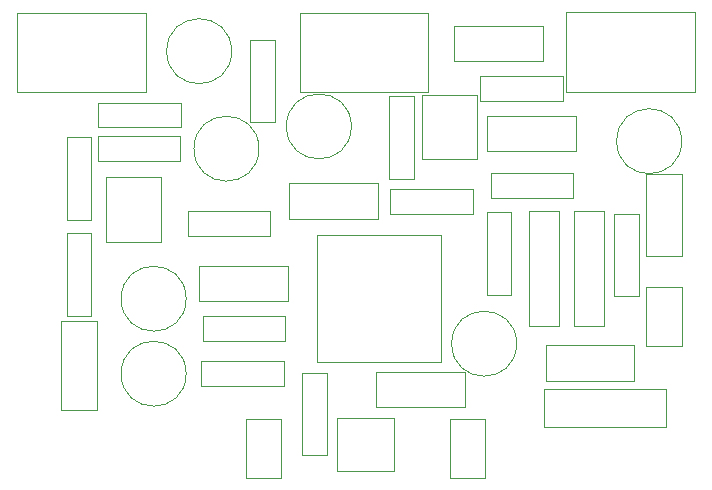
<source format=gbr>
G04 #@! TF.GenerationSoftware,KiCad,Pcbnew,(5.1.2-1)-1*
G04 #@! TF.CreationDate,2019-07-09T09:57:47-07:00*
G04 #@! TF.ProjectId,ProCoRat,50726f43-6f52-4617-942e-6b696361645f,1.0*
G04 #@! TF.SameCoordinates,Original*
G04 #@! TF.FileFunction,Other,User*
%FSLAX46Y46*%
G04 Gerber Fmt 4.6, Leading zero omitted, Abs format (unit mm)*
G04 Created by KiCad (PCBNEW (5.1.2-1)-1) date 2019-07-09 09:57:47*
%MOMM*%
%LPD*%
G04 APERTURE LIST*
%ADD10C,0.050000*%
G04 APERTURE END LIST*
D10*
X158842500Y-54856500D02*
X158842500Y-48106500D01*
X158842500Y-48106500D02*
X147942500Y-48106500D01*
X147942500Y-48106500D02*
X147942500Y-54856500D01*
X147942500Y-54856500D02*
X158842500Y-54856500D01*
X112360500Y-54920000D02*
X112360500Y-48170000D01*
X112360500Y-48170000D02*
X101460500Y-48170000D01*
X101460500Y-48170000D02*
X101460500Y-54920000D01*
X101460500Y-54920000D02*
X112360500Y-54920000D01*
X136260000Y-54920000D02*
X136260000Y-48170000D01*
X136260000Y-48170000D02*
X125360000Y-48170000D01*
X125360000Y-48170000D02*
X125360000Y-54920000D01*
X125360000Y-54920000D02*
X136260000Y-54920000D01*
X127669000Y-85659000D02*
X127669000Y-78679000D01*
X125569000Y-85659000D02*
X127669000Y-85659000D01*
X125569000Y-78679000D02*
X125569000Y-85659000D01*
X127669000Y-78679000D02*
X125569000Y-78679000D01*
X128507000Y-86959000D02*
X133357000Y-86959000D01*
X128507000Y-82459000D02*
X128507000Y-86959000D01*
X133357000Y-82459000D02*
X128507000Y-82459000D01*
X133357000Y-86959000D02*
X133357000Y-82459000D01*
X144800000Y-64990000D02*
X144800000Y-74710000D01*
X147300000Y-64990000D02*
X144800000Y-64990000D01*
X147300000Y-74710000D02*
X147300000Y-64990000D01*
X144800000Y-74710000D02*
X147300000Y-74710000D01*
X151110000Y-74710000D02*
X151110000Y-64990000D01*
X148610000Y-74710000D02*
X151110000Y-74710000D01*
X148610000Y-64990000D02*
X148610000Y-74710000D01*
X151110000Y-64990000D02*
X148610000Y-64990000D01*
X146097000Y-83261000D02*
X156417000Y-83261000D01*
X146097000Y-80061000D02*
X146097000Y-83261000D01*
X156417000Y-80061000D02*
X146097000Y-80061000D01*
X156417000Y-83261000D02*
X156417000Y-80061000D01*
X148744000Y-56920000D02*
X141244000Y-56920000D01*
X148744000Y-59920000D02*
X148744000Y-56920000D01*
X141244000Y-59920000D02*
X148744000Y-59920000D01*
X141244000Y-56920000D02*
X141244000Y-59920000D01*
X145950000Y-49300000D02*
X138450000Y-49300000D01*
X145950000Y-52300000D02*
X145950000Y-49300000D01*
X138450000Y-52300000D02*
X145950000Y-52300000D01*
X138450000Y-49300000D02*
X138450000Y-52300000D01*
X153697000Y-76351000D02*
X146197000Y-76351000D01*
X153697000Y-79351000D02*
X153697000Y-76351000D01*
X146197000Y-79351000D02*
X153697000Y-79351000D01*
X146197000Y-76351000D02*
X146197000Y-79351000D01*
X131980000Y-62635000D02*
X124480000Y-62635000D01*
X131980000Y-65635000D02*
X131980000Y-62635000D01*
X124480000Y-65635000D02*
X131980000Y-65635000D01*
X124480000Y-62635000D02*
X124480000Y-65635000D01*
X139346000Y-78573500D02*
X131846000Y-78573500D01*
X139346000Y-81573500D02*
X139346000Y-78573500D01*
X131846000Y-81573500D02*
X139346000Y-81573500D01*
X131846000Y-78573500D02*
X131846000Y-81573500D01*
X115760000Y-72390000D02*
G75*
G03X115760000Y-72390000I-2750000J0D01*
G01*
X121919500Y-59690000D02*
G75*
G03X121919500Y-59690000I-2750000J0D01*
G01*
X157710000Y-59055000D02*
G75*
G03X157710000Y-59055000I-2750000J0D01*
G01*
X119610000Y-51435000D02*
G75*
G03X119610000Y-51435000I-2750000J0D01*
G01*
X143740000Y-76200000D02*
G75*
G03X143740000Y-76200000I-2750000J0D01*
G01*
X129750000Y-57805000D02*
G75*
G03X129750000Y-57805000I-2750000J0D01*
G01*
X115760000Y-78740000D02*
G75*
G03X115760000Y-78740000I-2750000J0D01*
G01*
X124360000Y-69620000D02*
X116860000Y-69620000D01*
X124360000Y-72620000D02*
X124360000Y-69620000D01*
X116860000Y-72620000D02*
X124360000Y-72620000D01*
X116860000Y-69620000D02*
X116860000Y-72620000D01*
X108180000Y-81815000D02*
X108180000Y-74315000D01*
X105180000Y-81815000D02*
X108180000Y-81815000D01*
X105180000Y-74315000D02*
X105180000Y-81815000D01*
X108180000Y-74315000D02*
X105180000Y-74315000D01*
X138073000Y-87574000D02*
X141073000Y-87574000D01*
X138073000Y-82574000D02*
X138073000Y-87574000D01*
X141073000Y-82574000D02*
X138073000Y-82574000D01*
X141073000Y-87574000D02*
X141073000Y-82574000D01*
X120801000Y-87542500D02*
X123801000Y-87542500D01*
X120801000Y-82542500D02*
X120801000Y-87542500D01*
X123801000Y-82542500D02*
X120801000Y-82542500D01*
X123801000Y-87542500D02*
X123801000Y-82542500D01*
X107730000Y-73848000D02*
X107730000Y-66868000D01*
X105630000Y-73848000D02*
X107730000Y-73848000D01*
X105630000Y-66868000D02*
X105630000Y-73848000D01*
X107730000Y-66868000D02*
X105630000Y-66868000D01*
X137370000Y-67030000D02*
X126820000Y-67030000D01*
X137370000Y-77730000D02*
X137370000Y-67030000D01*
X126820000Y-77730000D02*
X137370000Y-77730000D01*
X126820000Y-67030000D02*
X126820000Y-77730000D01*
X141544000Y-63851500D02*
X148524000Y-63851500D01*
X141544000Y-61751500D02*
X141544000Y-63851500D01*
X148524000Y-61751500D02*
X141544000Y-61751500D01*
X148524000Y-63851500D02*
X148524000Y-61751500D01*
X140655000Y-55660000D02*
X147635000Y-55660000D01*
X140655000Y-53560000D02*
X140655000Y-55660000D01*
X147635000Y-53560000D02*
X140655000Y-53560000D01*
X147635000Y-55660000D02*
X147635000Y-53560000D01*
X121187500Y-50485000D02*
X121187500Y-57465000D01*
X123287500Y-50485000D02*
X121187500Y-50485000D01*
X123287500Y-57465000D02*
X123287500Y-50485000D01*
X121187500Y-57465000D02*
X123287500Y-57465000D01*
X115313500Y-55782500D02*
X108333500Y-55782500D01*
X115313500Y-57882500D02*
X115313500Y-55782500D01*
X108333500Y-57882500D02*
X115313500Y-57882500D01*
X108333500Y-55782500D02*
X108333500Y-57882500D01*
X141190000Y-65090000D02*
X141190000Y-72070000D01*
X143290000Y-65090000D02*
X141190000Y-65090000D01*
X143290000Y-72070000D02*
X143290000Y-65090000D01*
X141190000Y-72070000D02*
X143290000Y-72070000D01*
X124140000Y-73880000D02*
X117160000Y-73880000D01*
X124140000Y-75980000D02*
X124140000Y-73880000D01*
X117160000Y-75980000D02*
X124140000Y-75980000D01*
X117160000Y-73880000D02*
X117160000Y-75980000D01*
X124013000Y-77690000D02*
X117033000Y-77690000D01*
X124013000Y-79790000D02*
X124013000Y-77690000D01*
X117033000Y-79790000D02*
X124013000Y-79790000D01*
X117033000Y-77690000D02*
X117033000Y-79790000D01*
X122870000Y-64990000D02*
X115890000Y-64990000D01*
X122870000Y-67090000D02*
X122870000Y-64990000D01*
X115890000Y-67090000D02*
X122870000Y-67090000D01*
X115890000Y-64990000D02*
X115890000Y-67090000D01*
X133035000Y-65185000D02*
X140015000Y-65185000D01*
X133035000Y-63085000D02*
X133035000Y-65185000D01*
X140015000Y-63085000D02*
X133035000Y-63085000D01*
X140015000Y-65185000D02*
X140015000Y-63085000D01*
X132935000Y-55247500D02*
X132935000Y-62227500D01*
X135035000Y-55247500D02*
X132935000Y-55247500D01*
X135035000Y-62227500D02*
X135035000Y-55247500D01*
X132935000Y-62227500D02*
X135035000Y-62227500D01*
X115250000Y-58640000D02*
X108270000Y-58640000D01*
X115250000Y-60740000D02*
X115250000Y-58640000D01*
X108270000Y-60740000D02*
X115250000Y-60740000D01*
X108270000Y-58640000D02*
X108270000Y-60740000D01*
X107730000Y-65720000D02*
X107730000Y-58740000D01*
X105630000Y-65720000D02*
X107730000Y-65720000D01*
X105630000Y-58740000D02*
X105630000Y-65720000D01*
X107730000Y-58740000D02*
X105630000Y-58740000D01*
X151985000Y-65217000D02*
X151985000Y-72197000D01*
X154085000Y-65217000D02*
X151985000Y-65217000D01*
X154085000Y-72197000D02*
X154085000Y-65217000D01*
X151985000Y-72197000D02*
X154085000Y-72197000D01*
X140343500Y-55105000D02*
X140343500Y-60605000D01*
X140343500Y-55105000D02*
X135743500Y-55105000D01*
X135743500Y-60605000D02*
X140343500Y-60605000D01*
X135743500Y-60605000D02*
X135743500Y-55105000D01*
X113610000Y-62090000D02*
X113610000Y-67590000D01*
X113610000Y-62090000D02*
X109010000Y-62090000D01*
X109010000Y-67590000D02*
X113610000Y-67590000D01*
X109010000Y-67590000D02*
X109010000Y-62090000D01*
X157710000Y-71430000D02*
X154710000Y-71430000D01*
X157710000Y-76430000D02*
X157710000Y-71430000D01*
X154710000Y-76430000D02*
X157710000Y-76430000D01*
X154710000Y-71430000D02*
X154710000Y-76430000D01*
X157710000Y-61810000D02*
X154710000Y-61810000D01*
X157710000Y-68810000D02*
X157710000Y-61810000D01*
X154710000Y-68810000D02*
X157710000Y-68810000D01*
X154710000Y-61810000D02*
X154710000Y-68810000D01*
M02*

</source>
